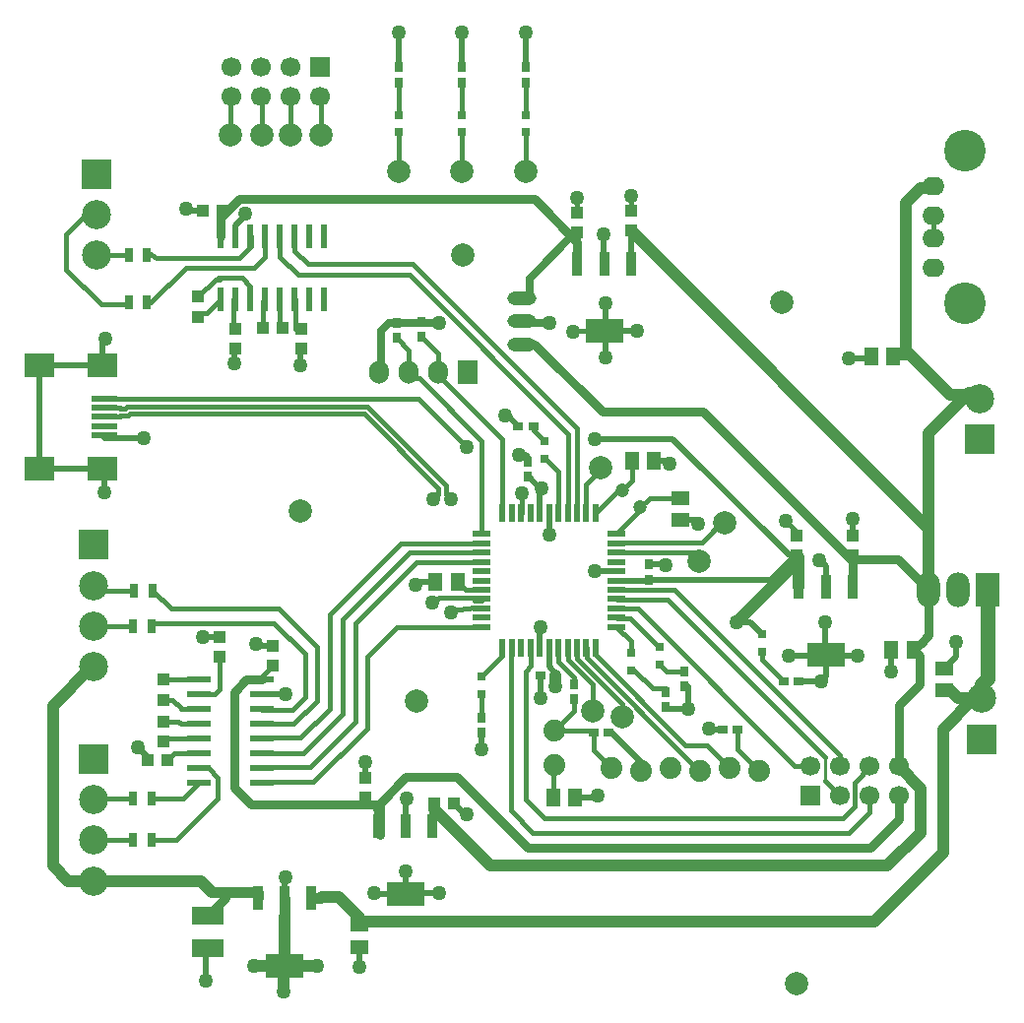
<source format=gtl>
G04 DipTrace 3.3.1.3*
G04 Topsidev0.gtl*
%MOMM*%
G04 #@! TF.FileFunction,Copper,L1,Top*
G04 #@! TF.Part,Single*
G04 #@! TA.AperFunction,Conductor*
%ADD14C,0.381*%
%ADD15C,0.508*%
%ADD16C,0.5*%
%ADD17C,0.95*%
%ADD18C,1.016*%
%ADD19C,0.254*%
%ADD20C,0.762*%
%ADD21C,0.635*%
G04 #@! TA.AperFunction,ViaPad*
%ADD22C,1.27*%
%ADD25R,1.1X1.0*%
%ADD26R,1.0X1.1*%
%ADD27R,1.3X1.5*%
%ADD28R,1.5X1.3*%
%ADD29R,0.7X0.9*%
%ADD30R,0.9X0.7*%
%ADD31R,2.7X1.6*%
G04 #@! TA.AperFunction,ComponentPad*
%ADD32C,2.0*%
%ADD33O,1.7X2.0*%
%ADD34R,1.7X2.0*%
%ADD35C,2.5*%
%ADD36R,2.5X2.5*%
%ADD38R,2.3X0.5*%
%ADD39R,2.5X2.0*%
G04 #@! TA.AperFunction,ComponentPad*
%ADD41C,1.8796*%
%ADD44R,1.7X1.7*%
%ADD45C,1.7*%
%ADD46R,0.8X1.2*%
%ADD47R,0.8X0.8*%
%ADD49R,0.6X2.0*%
%ADD51R,2.0X0.6*%
%ADD52R,1.5X0.5*%
%ADD53R,0.5X1.5*%
%ADD55R,0.95X2.15*%
%ADD56R,3.25X2.15*%
G04 #@! TA.AperFunction,ComponentPad*
%ADD57R,2.0X3.0*%
%ADD58O,2.0X3.0*%
%ADD61O,2.5X1.2*%
G04 #@! TA.AperFunction,ComponentPad*
%ADD62C,1.2*%
%ADD63O,1.9X1.6*%
%ADD64C,3.586*%
%FSLAX35Y35*%
G04*
G71*
G90*
G75*
G01*
G04 Top*
%LPD*%
X4295000Y3524000D2*
D14*
X4288000Y3517000D1*
Y2125500D1*
X4476750Y1936750D1*
X7191377D1*
X7366000Y2111373D1*
Y2254250D1*
X4455000Y3524000D2*
X4458000Y3521000D1*
Y3370000D1*
X4413250Y3325250D1*
Y2222500D1*
X4572000Y2063750D1*
X7143750D1*
X7239000Y2159000D1*
Y2365373D1*
X7381877Y2508250D1*
X7366000D1*
X720000Y7250000D2*
X630123D1*
X460373Y7080250D1*
Y6778627D1*
X762003Y6477000D1*
X983703D1*
X998877Y6492170D1*
X720000Y6900000D2*
Y6940377D1*
X755457Y6904920D1*
X998877D1*
X788000Y5590000D2*
X922050D1*
X930300Y5581750D1*
X967950D1*
X986200Y5600000D1*
X3049750D1*
X3728650Y4921100D1*
Y4844450D1*
X3773100Y4800000D1*
X3767780Y3832373D2*
Y3844160D1*
X3978253Y3870000D1*
X4035000D1*
Y3864000D1*
X788000Y5510000D2*
X922050D1*
X930300Y5518250D1*
X994250D1*
X1012500Y5536500D1*
X3023450D1*
X3665150Y4894800D1*
Y4844450D1*
X3620700Y4800000D1*
X3607923Y3910210D2*
X3628210D1*
X3671023Y3953023D1*
X3978253D1*
Y3933500D1*
X4035000D1*
Y3944000D1*
X4841377Y2238373D2*
D15*
X5032373D1*
Y2254250D1*
X5518000Y5130000D2*
X5648000D1*
Y5110000D1*
X5743000Y4625000D2*
X5898000D1*
Y4590000D1*
X4429123Y5127627D2*
Y5168877D1*
X4418000Y5180000D1*
X4358000D1*
X5475373Y4240123D2*
X5619750D1*
Y4238623D1*
X4540250Y3286123D2*
Y3090000D1*
X4538000D1*
X3638000Y4090000D2*
X3488000D1*
X3468000Y4070000D1*
X6108000Y2820000D2*
X5988000D1*
Y2830000D1*
X5778000Y3190000D2*
X5808000D1*
Y3000000D1*
X4535000Y3524000D2*
D16*
Y3698873D1*
X4540250D1*
X5195000Y4184000D2*
X5009943D1*
X4615000Y4684000D2*
Y4498943D1*
X2238373Y3540123D2*
D15*
X2095500D1*
Y3556000D1*
X1163500Y2555873D2*
Y2583000D1*
X1079500Y2667000D1*
X1778000Y3614877D2*
X1635123D1*
Y3619500D1*
X2143000Y3123000D2*
X2348000D1*
Y3130000D1*
X228000Y5955000D2*
X778000D1*
X228000D2*
Y5065000D1*
X778000D1*
X788000Y5350000D2*
D16*
Y5330000D1*
D15*
X1128000D1*
X2482750Y6097000D2*
Y6072490D1*
X2476500Y6066240D1*
Y5953123D1*
X1635123Y7286620D2*
X1536900D1*
X1480863Y7323980D1*
X1492250Y7302500D1*
X1913873Y6097000D2*
Y6066500D1*
X1905000Y6057627D1*
Y5968997D1*
X1920873Y7064627D2*
Y7159623D1*
X2000250Y7239000D1*
Y7254870D1*
X6985000Y3746500D2*
Y3468123D1*
X6993123D1*
X6938000Y4280000D2*
X6993123Y4224877D1*
Y4048123D1*
X7556500Y3317873D2*
Y3508373D1*
X7557000D1*
X8016873Y3349127D2*
X8112123Y3444377D1*
Y3571873D1*
X6651623Y4619623D2*
D14*
X6746873Y4524373D1*
Y4488000D1*
X3388000Y2230000D2*
D15*
X3378000Y2220000D1*
Y1990000D1*
Y1410000D2*
X3388000Y1420000D1*
X3668000D1*
X3032123Y2408373D2*
Y2540000D1*
X3798000Y2190000D2*
X3892500Y2095500D1*
X3905250D1*
X7223123Y4635500D2*
Y4488000D1*
X798000Y6180000D2*
X778000Y6160000D1*
Y5955000D1*
Y5065000D2*
X788000Y5055000D1*
Y4860000D1*
X5619750Y3016250D2*
X5636000Y3000000D1*
X5808000D1*
X5088000Y6250000D2*
X5098000Y6260000D1*
Y6490000D1*
X5088000Y6830000D2*
X5080000Y6838000D1*
Y7080250D1*
X5318123Y7413623D2*
D14*
Y7282000D1*
X4857750Y7397750D2*
Y7266123D1*
X4349750Y5429250D2*
D15*
X4259000Y5520000D1*
X4238000D1*
X4032250Y2794000D2*
Y2651123D1*
X3111500Y1412873D2*
Y1410000D1*
X3378000D1*
X3381373Y1603373D2*
X3378000D1*
Y1410000D1*
X4818000Y6240000D2*
D14*
X4828000Y6250000D1*
X5088000D1*
D15*
X5368000D1*
X5088000D2*
X5098000Y6240000D1*
Y6020000D1*
X6678000Y3460000D2*
X6993123D1*
Y3468123D1*
X7270750Y3460750D2*
X6993123D1*
Y3468123D1*
X6958000Y3240000D2*
X6993123Y3275123D1*
Y3468123D1*
X6958000Y3240000D2*
X6956500Y3238500D1*
X6762750D1*
X3323250Y8820003D2*
Y8517667D1*
X3863250Y8820003D2*
Y8517667D1*
X4413250Y8820003D2*
Y8517667D1*
X2984500Y952500D2*
Y777873D1*
X1682750Y942377D2*
X1666873Y926500D1*
Y666750D1*
X2341373Y1373750D2*
Y1555750D1*
X2349500D1*
X2341373Y1373750D2*
D17*
Y1215450D1*
D18*
Y793750D1*
X2079623D2*
X2341373D1*
X2619373D1*
X2341373D2*
X2333623Y786000D1*
Y571500D1*
X7191373Y6016623D2*
D15*
X7382373D1*
Y6032500D1*
X701750Y2220000D2*
D14*
X711050Y2229300D1*
X1038000D1*
X701750Y1870000D2*
X702450Y1869300D1*
X1038000D1*
X5195000Y3784000D2*
X5199000Y3780000D1*
X5308000D1*
X5558000Y3530000D1*
X5568000D1*
X5195000Y3704000D2*
X5318123Y3580877D1*
Y3483750D1*
X4695000Y4684000D2*
X4698000Y4687000D1*
Y5040000D1*
X4585750Y5152250D1*
X4572000D1*
X4215000Y3524000D2*
Y3460127D1*
X4032250Y3277373D1*
X4695000Y3524000D2*
Y3403000D1*
X4828000Y3270000D1*
Y3210000D1*
X5195000Y4024000D2*
X5199000Y4020000D1*
X5695500D1*
X7112000Y2603500D1*
Y2508250D1*
X5195000Y3944000D2*
X5199000Y3940000D1*
X5632627D1*
X6985000Y2587627D1*
D19*
Y2381250D1*
D14*
X7112000Y2254250D1*
X1158877Y6492873D2*
X1190623D1*
X1492250Y6794497D1*
X2079623D1*
X2174873Y6889747D1*
Y7064627D1*
X2143000Y2869000D2*
X2417000D1*
X2618000Y3070000D1*
Y3530000D1*
X2288000Y3860000D1*
X1362873D1*
X1206500Y4016373D1*
X2143000Y2996000D2*
X2149000Y2990000D1*
X2408000D1*
X2518000Y3100000D1*
Y3470000D1*
X2248000Y3740000D1*
X1198000D1*
Y3710000D1*
X2047873Y7064627D2*
X2053967Y7067547D1*
Y6975213D1*
X1952627Y6873873D1*
X1241877D1*
X1174750Y6921497D1*
X1158877Y6905620D1*
X1913873Y6267003D2*
X1903873D1*
Y6524623D1*
X1920873D1*
X2428873D2*
X2435123Y6518377D1*
Y6267003D1*
X2482750D1*
X1593750Y6372873D2*
Y6399997D1*
X1669247D1*
X1793873Y6524623D1*
X1593750Y6542873D2*
X1745500Y6694627D1*
X1783873D1*
X1773873Y6704623D1*
X1973873D1*
X2047873Y6630623D1*
Y6524623D1*
X2174873D2*
X2153873Y6503623D1*
Y6272000D1*
X2323873D2*
X2301873Y6294003D1*
Y6524623D1*
X4032250Y3127373D2*
Y2924000D1*
X4572000Y5302250D2*
X4479750Y5394500D1*
Y5429250D1*
X6632750Y3238500D2*
X6445250Y3426000D1*
Y3492500D1*
X3863250Y8387667D2*
Y8108833D1*
X4413250Y8387667D2*
Y8108833D1*
X1778000Y3444877D2*
Y3170000D1*
X1738000Y3130000D1*
X1603000D1*
Y3123000D1*
X1333500Y2555873D2*
X1392627Y2615000D1*
X1603000D1*
Y3250000D2*
X1448000D1*
X1447750Y3249750D1*
X1301750D1*
Y3079750D2*
X1378250D1*
X1448000Y3010000D1*
Y2996000D1*
X1603000D1*
Y2869000D2*
X1449000D1*
X1428750Y2889250D1*
X1301750D1*
Y2719250D2*
Y2742000D1*
X1603000D1*
X3323250Y8387667D2*
Y8108833D1*
X5318123Y3333750D2*
X5349873D1*
X5508623Y3175000D1*
X5619750D1*
Y3146250D1*
X5568000Y3380000D2*
X5628000Y3320000D1*
X5778000D1*
X4658000Y2520000D2*
X4728000D1*
X4651377Y2443377D1*
Y2238373D1*
X5148000Y2495400D2*
X4998000Y2645400D1*
Y2800000D1*
X4988440Y2809560D1*
X4658000D1*
X4828000Y2979560D1*
Y3080000D1*
X6418000Y2470000D2*
X6238000Y2650000D1*
Y2820000D1*
X1603000Y2488000D2*
X1690000D1*
X1768000Y2410000D1*
Y2228373D1*
X1409627Y1870000D1*
X1198000D1*
X1603000Y2361000D2*
X1472000Y2230000D1*
X1198000D1*
X2139500Y8264627D2*
X2143500Y8260627D1*
Y7935623D1*
X3863250Y7958833D2*
Y7620003D1*
X4413250Y7958833D2*
Y7620003D1*
X3323250Y7958833D2*
Y7620003D1*
X1885500Y8264627D2*
X1873250Y8252373D1*
Y7937500D1*
X2393500Y8264627D2*
Y7935623D1*
X2647500Y8264627D2*
X2653500Y8258623D1*
Y7935623D1*
X7921623Y7244500D2*
Y7044500D1*
X5015000Y4684000D2*
X5211000Y4880000D1*
X5248000D1*
X5328000Y4960000D1*
Y5130000D1*
X5195000Y4504000D2*
X5396493Y4705493D1*
Y4731507D1*
X5479987Y4815000D1*
X5743000D1*
X788000Y5670000D2*
X3488000D1*
X3908000Y5250000D1*
X4381500Y4857750D2*
Y4684000D1*
X4375000D1*
X3828000Y4090000D2*
X3894000Y4024000D1*
X4035000D1*
X5015000Y3524000D2*
Y3463000D1*
X5788000Y2690000D1*
X5969400D1*
X6164000Y2495400D1*
X4935000Y3524000D2*
X4938000Y3521000D1*
Y3440000D1*
X5858000Y2520000D1*
X5908000D1*
X5910000Y2518000D1*
Y2470000D1*
X701750Y4060000D2*
X746077Y4015673D1*
X1046500D1*
X701750Y3710000D2*
X702450Y3709300D1*
X1038000D1*
X5195000Y3864000D2*
X5199000Y3860000D1*
X5378000D1*
X6729750Y2508250D1*
X6858000D1*
X3664000Y5892700D2*
Y5869873D1*
X4213873Y5320000D1*
Y4684000D1*
X4215000D1*
X3518000Y6200000D2*
X3664000Y6054000D1*
Y5892700D1*
X3410000D2*
Y5840000D1*
X3498000D1*
X4035000Y5303000D1*
Y4504000D1*
X3302000Y6191250D2*
X3410000Y6083250D1*
Y5892700D1*
X4775000Y3524000D2*
X4778000Y3521000D1*
Y3420000D1*
X4988000Y3210000D1*
Y2980000D1*
X4855000Y3524000D2*
X4858000Y3521000D1*
Y3430000D1*
X5248000Y3040000D1*
Y2930000D1*
X5195000Y4424000D2*
X5201000Y4430000D1*
X5928000D1*
X6128000Y4630000D1*
Y4600000D1*
X5058000Y5070000D2*
X5078000D1*
X4935000Y4927000D1*
Y4684000D1*
X5195000Y4344000D2*
Y4349750D1*
X5905500D1*
Y4270373D1*
X2143000Y2742000D2*
X2151000Y2750000D1*
X2478000D1*
X2728000Y3000000D1*
Y3810000D1*
X3342000Y4424000D1*
X4035000D1*
X2143000Y2615000D2*
X2148000Y2620000D1*
X2498000D1*
X2838000Y2960000D1*
Y3770000D1*
X3412000Y4344000D1*
X4035000D1*
Y3704000D2*
X4031000Y3700000D1*
X3303127D1*
X3048000Y3444873D1*
Y2830000D1*
X2588000Y2370000D1*
X2143000D1*
Y2361000D1*
Y2488000D2*
X2155000Y2500000D1*
X2558000D1*
X2948000Y2890000D1*
Y3740000D1*
X3472000Y4264000D1*
X4035000D1*
X4775000Y4684000D2*
X4778373Y4687373D1*
Y5365750D1*
X3413127Y6730997D1*
X2460623D1*
X2301873Y6889747D1*
Y7064627D1*
X2428873D2*
Y6937373D1*
X2540000Y6826247D1*
X3444877D1*
X4855000Y5416123D1*
Y4684000D1*
X7880000Y4020000D2*
D18*
Y5371750D1*
X8223250Y5715000D1*
X8318000D1*
Y5670000D1*
X7880000Y4020000D2*
D20*
X7613750Y4286250D1*
X7223123D1*
Y4318000D1*
Y4048123D1*
X7747000Y3508373D2*
X7798627Y3560000D1*
X7808000D1*
X7880000Y3632000D1*
Y4020000D1*
X7223123Y4318000D2*
D15*
D3*
X3628000Y2190000D2*
X3608000Y2170000D1*
Y1990000D1*
X7747000Y3508373D2*
D20*
X7798000Y3457373D1*
Y3210000D1*
X7620000Y3032000D1*
Y2508250D1*
X5318123Y7112000D2*
D15*
X5318000Y7111877D1*
Y6830000D1*
X4381500Y6134123D2*
D20*
X4493877D1*
X5071750Y5556250D1*
X5937250D1*
X7223123Y4270377D1*
Y4048123D1*
X7880000Y4020000D2*
D18*
Y4550123D1*
X5318123Y7112000D1*
X7620000Y2508250D2*
X7810500Y2317750D1*
Y1936750D1*
X7524750Y1651000D1*
X4111627D1*
X3628000Y2134627D1*
Y2190000D1*
X7921623Y7494500D2*
X7939000Y7477123D1*
X7810500D1*
X7683500Y7350123D1*
Y6080123D1*
X8064500Y5699123D1*
X8270873D1*
Y5635623D1*
X8305250Y5670000D1*
X8318000D1*
X7572373Y6032500D2*
Y6048373D1*
X7715250D1*
X7683500Y6080123D1*
X4857750Y7096123D2*
D14*
Y6830000D1*
X4858000D1*
X1793873Y7064627D2*
D20*
Y7222977D1*
X1952767Y7381870D1*
X4492630D1*
X4858000Y7016500D1*
Y6830000D1*
D21*
Y7112250D1*
X4445000Y6699250D1*
Y6534123D1*
X4381500D1*
X1805123Y7286620D2*
D14*
Y7222977D1*
X1793873D1*
X2238373Y3370123D2*
X2143000Y3274750D1*
Y3250000D1*
X3032123Y2238373D2*
D15*
X3148000Y2122497D1*
Y1990000D1*
X2143000Y3250000D2*
D20*
X2011750D1*
X1905000Y3143250D1*
Y2322993D1*
X2053120Y2174873D1*
X3148000D1*
Y1990000D1*
Y1930000D1*
X3159123Y1918877D1*
Y2190747D1*
X3381377Y2413000D1*
X3825873D1*
X4429123Y1809750D1*
X7381877D1*
X7620000Y2047873D1*
Y2254250D1*
X4429123Y4997627D2*
D15*
X4436603D1*
X4535000Y4899230D1*
D16*
Y4684000D1*
X5402000Y2470000D2*
D15*
X5438000D1*
Y2510000D1*
X5148000Y2800000D1*
X5128000D1*
X4670250Y3286123D2*
Y3307750D1*
D16*
X4615000Y3363000D1*
Y3524000D1*
X5475373Y4110123D2*
D15*
X5469250Y4104000D1*
X5295400D1*
D16*
X5195000D1*
X6445250Y3642500D2*
D15*
X6341250Y3746500D1*
X6223000D1*
X4670250Y3190873D2*
D18*
Y3286123D1*
X6746873Y4318000D2*
D15*
X6680000D1*
X5678000Y5320000D1*
X5003003D1*
X4549980Y4899230D2*
X4535000D1*
X5475373Y4110123D2*
X6523123D1*
X6731000Y4318000D1*
X6746873D1*
D18*
X6731000D1*
Y4254500D1*
X6223000Y3746500D1*
X6746873Y4318000D2*
D15*
X6763123Y4301750D1*
D18*
Y4048123D1*
X3156000Y5892700D2*
D21*
X3168000Y5904700D1*
Y6247750D1*
X3241500Y6321250D1*
X3302000D1*
D14*
Y6330000D1*
X3518000D1*
X4381500Y6334123D2*
D21*
Y6321250D1*
X4619627D1*
X3668000D2*
X3302000D1*
X8016873Y3159127D2*
D14*
X8064497D1*
D18*
X8133623Y3090000D1*
X8338000D1*
X8388000Y4020000D2*
D22*
Y3260000D1*
X8338000Y3210000D1*
Y3090000D1*
X2571373Y1373750D2*
D17*
X2654927D1*
D18*
X2662300Y1381123D1*
X2809877D1*
X2984500Y1206500D1*
Y1142500D1*
X8338000Y3090000D2*
X8265250D1*
X8001000Y2825750D1*
Y1762123D1*
X7413627Y1174750D1*
X2984500D1*
Y1142500D1*
X701750Y3360000D2*
D14*
X682623D1*
D18*
X349250Y3026627D1*
Y1651000D1*
X480250Y1520000D1*
X701750D1*
X1623250D1*
X1714500Y1428750D1*
D17*
X1835623D1*
X2111373D1*
Y1373750D1*
X1682750Y1222377D2*
D20*
X1835623Y1375250D1*
Y1428750D1*
X2111373Y1373750D2*
D14*
D3*
D22*
X3773100Y4800000D3*
X3767780Y3832373D3*
X3620700Y4800000D3*
X3607923Y3910210D3*
X3908000Y5250000D3*
X4381500Y4857750D3*
X6223000Y3746500D3*
X4670250Y3190873D3*
X5003003Y5320000D3*
X4549980Y4899230D3*
X4619627Y6321250D3*
X3668000D3*
X3323250Y8820003D3*
X3863250D3*
X4413250D3*
X4032250Y2651123D3*
X5098000Y6490000D3*
X5080000Y7080250D3*
X4857750Y7397750D3*
X5318123Y7413623D3*
X798000Y6180000D3*
X6985000Y3746500D3*
X6938000Y4280000D3*
X7556500Y3317873D3*
X8112123Y3571873D3*
X6651623Y4619623D3*
X3668000Y1420000D3*
X3388000Y2230000D3*
X3032123Y2540000D3*
X3905250Y2095500D3*
X1128000Y5330000D3*
X5032373Y2254250D3*
X5648000Y5110000D3*
X5898000Y4590000D3*
X4358000Y5180000D3*
X5619750Y4238623D3*
X4538000Y3090000D3*
X3468000Y4070000D3*
X5988000Y2830000D3*
X5808000Y3000000D3*
X4540250Y3698873D3*
X5009943Y4184000D3*
X4615000Y4498943D3*
X2095500Y3556000D3*
X1079500Y2667000D3*
X1635123Y3619500D3*
X2348000Y3130000D3*
X2476500Y5953123D3*
X1492250Y7302500D3*
X1905000Y5968997D3*
X2000250Y7254870D3*
X7223123Y4635500D3*
X788000Y4860000D3*
X4238000Y5520000D3*
X3381373Y1603373D3*
X5098000Y6020000D3*
X4818000Y6240000D3*
X3111500Y1412873D3*
X5368000Y6250000D3*
X6958000Y3240000D3*
X6678000Y3460000D3*
X7270750Y3460750D3*
X2619373Y793750D3*
X2349500Y1555750D3*
X2079623Y793750D3*
X2333623Y571500D3*
X2984500Y777873D3*
X1666873Y666750D3*
X7191373Y6016623D3*
D25*
X1333500Y2555873D3*
X1163500D3*
D26*
X2482750Y6267003D3*
Y6097003D3*
X1593750Y6542873D3*
Y6372873D3*
D25*
X2153873Y6272000D3*
X2323873D3*
X1635123Y7286620D3*
X1805123D3*
D26*
X1913873Y6267003D3*
Y6097003D3*
X1301750Y3079750D3*
Y3249750D3*
Y2889250D3*
Y2719250D3*
X2238373Y3540123D3*
Y3370123D3*
D27*
X4651377Y2238373D3*
X4841377D3*
D26*
X1778000Y3444877D3*
Y3614877D3*
D27*
X5518000Y5130000D3*
X5328000D3*
D28*
X5743000Y4625000D3*
Y4815000D3*
D29*
X4429123Y5127627D3*
Y4997627D3*
X5475373Y4240123D3*
Y4110123D3*
D30*
X4540250Y3286123D3*
X4670250D3*
D27*
X3828000Y4090000D3*
X3638000D3*
D28*
X8016873Y3159127D3*
Y3349127D3*
D27*
X7747000Y3508373D3*
X7557000D3*
D25*
X3628000Y2190000D3*
X3798000D3*
D26*
X7223123Y4318000D3*
Y4488000D3*
X6746873Y4318000D3*
Y4488000D3*
X3032123Y2238373D3*
Y2408373D3*
X5318123Y7112000D3*
Y7282000D3*
X4857750Y7096123D3*
Y7266123D3*
D31*
X1682750Y1222377D3*
Y942377D3*
D28*
X2984500Y952500D3*
Y1142500D3*
D32*
X3476623Y3063873D3*
X6746873Y635000D3*
X6619873Y6492873D3*
X2478000Y4700000D3*
X3873500Y6905623D3*
X3863250Y7620003D3*
X4413250D3*
X3323250D3*
X2143500Y7935623D3*
X1873250Y7937500D3*
X2393500Y7935623D3*
X2653500D3*
D33*
X3156000Y5892700D3*
X3410000D3*
X3664000D3*
D34*
X3918000D3*
D35*
X8338000Y3090000D3*
D36*
Y2740000D3*
D35*
X8318000Y5670000D3*
D36*
Y5320000D3*
D35*
X701750Y3360000D3*
Y3710000D3*
Y4060000D3*
D36*
Y4410000D3*
D35*
Y1520000D3*
Y1870000D3*
Y2220000D3*
D36*
Y2570000D3*
D35*
X720000Y6900000D3*
Y7250000D3*
D36*
Y7600000D3*
D38*
X788000Y5670000D3*
Y5590000D3*
Y5510000D3*
Y5430000D3*
Y5350000D3*
D39*
X778000Y5955000D3*
Y5065000D3*
X228000Y5955000D3*
Y5065000D3*
D41*
X4658000Y2520000D3*
Y2809560D3*
X6418000Y2470000D3*
X6164000Y2495400D3*
X5910000Y2470000D3*
X5656000Y2495400D3*
X5402000Y2470000D3*
X5148000Y2495400D3*
D44*
X2647500Y8518627D3*
D45*
Y8264627D3*
X2393500Y8518627D3*
Y8264627D3*
X2139500Y8518627D3*
Y8264627D3*
X1885500Y8518627D3*
Y8264627D3*
D46*
X1158877Y6905620D3*
X998877Y6904920D3*
X1158877Y6492873D3*
X998877Y6492173D3*
X1198000Y3710000D3*
X1038000Y3709300D3*
X1206500Y4016373D3*
X1046500Y4015673D3*
X1198000Y1870000D3*
X1038000Y1869300D3*
X1198000Y2230000D3*
X1038000Y2229300D3*
D47*
X3323250Y8108833D3*
Y7958833D3*
X3863250Y8108833D3*
Y7958833D3*
X4413250Y8108833D3*
Y7958833D3*
X5318123Y3333750D3*
Y3483750D3*
X5568000Y3380000D3*
Y3530000D3*
X4032250Y3127373D3*
Y3277373D3*
X4572000Y5302250D3*
Y5152250D3*
X6445250Y3492500D3*
Y3642500D3*
D32*
X5905500Y4270373D3*
D30*
X4998000Y2800000D3*
X5128000D3*
D29*
X4828000Y3210000D3*
Y3080000D3*
D30*
X6108000Y2820000D3*
X6238000D3*
D29*
X5778000Y3190000D3*
Y3320000D3*
X5619750Y3016250D3*
Y3146250D3*
X3302000Y6191250D3*
Y6321250D3*
X3518000Y6200000D3*
Y6330000D3*
D30*
X4349750Y5429250D3*
X4479750D3*
D29*
X4032250Y2794000D3*
Y2924000D3*
D30*
X6762750Y3238500D3*
X6632750D3*
D29*
X4413250Y8517667D3*
Y8387667D3*
X3863250Y8517667D3*
Y8387667D3*
X3323250Y8517667D3*
Y8387667D3*
D44*
X6858000Y2254250D3*
D45*
Y2508250D3*
X7112000Y2254250D3*
Y2508250D3*
X7366000Y2254250D3*
Y2508250D3*
X7620000Y2254250D3*
Y2508250D3*
D32*
X4988000Y2980000D3*
X5248000Y2930000D3*
X6128000Y4600000D3*
X5058000Y5070000D3*
D49*
X1793873Y6524627D3*
X1920873D3*
X2047873D3*
X2174873D3*
X2301873D3*
X2428873D3*
X2555873D3*
X2682873D3*
Y7064627D3*
X2555873D3*
X2428873D3*
X2301873D3*
X2174873D3*
X2047873D3*
X1920873D3*
X1793873D3*
D51*
X1603000Y3250000D3*
Y3123000D3*
Y2996000D3*
Y2869000D3*
Y2742000D3*
Y2615000D3*
Y2488000D3*
Y2361000D3*
X2143000D3*
Y2488000D3*
Y2615000D3*
Y2742000D3*
Y2869000D3*
Y2996000D3*
Y3123000D3*
Y3250000D3*
D52*
X4035000Y4504000D3*
Y4424000D3*
Y4344000D3*
Y4264000D3*
Y4184000D3*
Y4104000D3*
Y4024000D3*
Y3944000D3*
Y3864000D3*
Y3784000D3*
Y3704000D3*
D53*
X4215000Y3524000D3*
X4295000D3*
X4375000D3*
X4455000D3*
X4535000D3*
X4615000D3*
X4695000D3*
X4775000D3*
X4855000D3*
X4935000D3*
X5015000D3*
D52*
X5195000Y3704000D3*
Y3784000D3*
Y3864000D3*
Y3944000D3*
Y4024000D3*
Y4104000D3*
Y4184000D3*
Y4264000D3*
Y4344000D3*
Y4424000D3*
Y4504000D3*
D53*
X5015000Y4684000D3*
X4935000D3*
X4855000D3*
X4775000D3*
X4695000D3*
X4615000D3*
X4535000D3*
X4455000D3*
X4375000D3*
X4295000D3*
X4215000D3*
D55*
X2571373Y1373750D3*
X2341373D3*
X2111373D3*
D56*
X2341373Y793750D3*
D57*
X8388000Y4020000D3*
D58*
X8134000D3*
X7880000D3*
D55*
X7223123Y4048123D3*
X6993123D3*
X6763123D3*
D56*
X6993123Y3468123D3*
D55*
X3608000Y1990000D3*
X3378000D3*
X3148000D3*
D56*
X3378000Y1410000D3*
D61*
X4381500Y6334123D3*
Y6134123D3*
Y6534123D3*
D55*
X5318000Y6830000D3*
X5088000D3*
X4858000D3*
D56*
X5088000Y6250000D3*
D62*
X5248000Y4880000D3*
X5396493Y4731507D3*
D63*
X7921623Y6794500D3*
Y7044500D3*
Y7244500D3*
Y7494500D3*
D64*
X8192623Y7801500D3*
Y6487500D3*
D27*
X7572373Y6032500D3*
X7382373D3*
M02*

</source>
